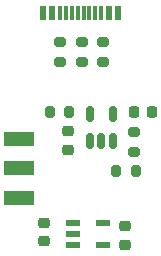
<source format=gbr>
%TF.GenerationSoftware,KiCad,Pcbnew,8.0.1*%
%TF.CreationDate,2024-04-18T20:24:50-07:00*%
%TF.ProjectId,Battery Tester,42617474-6572-4792-9054-65737465722e,rev?*%
%TF.SameCoordinates,Original*%
%TF.FileFunction,Paste,Top*%
%TF.FilePolarity,Positive*%
%FSLAX46Y46*%
G04 Gerber Fmt 4.6, Leading zero omitted, Abs format (unit mm)*
G04 Created by KiCad (PCBNEW 8.0.1) date 2024-04-18 20:24:50*
%MOMM*%
%LPD*%
G01*
G04 APERTURE LIST*
G04 Aperture macros list*
%AMRoundRect*
0 Rectangle with rounded corners*
0 $1 Rounding radius*
0 $2 $3 $4 $5 $6 $7 $8 $9 X,Y pos of 4 corners*
0 Add a 4 corners polygon primitive as box body*
4,1,4,$2,$3,$4,$5,$6,$7,$8,$9,$2,$3,0*
0 Add four circle primitives for the rounded corners*
1,1,$1+$1,$2,$3*
1,1,$1+$1,$4,$5*
1,1,$1+$1,$6,$7*
1,1,$1+$1,$8,$9*
0 Add four rect primitives between the rounded corners*
20,1,$1+$1,$2,$3,$4,$5,0*
20,1,$1+$1,$4,$5,$6,$7,0*
20,1,$1+$1,$6,$7,$8,$9,0*
20,1,$1+$1,$8,$9,$2,$3,0*%
G04 Aperture macros list end*
%ADD10R,2.500000X1.200000*%
%ADD11RoundRect,0.200000X0.275000X-0.200000X0.275000X0.200000X-0.275000X0.200000X-0.275000X-0.200000X0*%
%ADD12RoundRect,0.200000X-0.275000X0.200000X-0.275000X-0.200000X0.275000X-0.200000X0.275000X0.200000X0*%
%ADD13RoundRect,0.088500X-0.516500X-0.206500X0.516500X-0.206500X0.516500X0.206500X-0.516500X0.206500X0*%
%ADD14RoundRect,0.225000X0.250000X-0.225000X0.250000X0.225000X-0.250000X0.225000X-0.250000X-0.225000X0*%
%ADD15RoundRect,0.225000X-0.225000X-0.250000X0.225000X-0.250000X0.225000X0.250000X-0.225000X0.250000X0*%
%ADD16R,0.600000X1.150000*%
%ADD17R,0.300000X1.150000*%
%ADD18RoundRect,0.200000X0.200000X0.275000X-0.200000X0.275000X-0.200000X-0.275000X0.200000X-0.275000X0*%
%ADD19RoundRect,0.150000X0.150000X-0.512500X0.150000X0.512500X-0.150000X0.512500X-0.150000X-0.512500X0*%
%ADD20RoundRect,0.225000X-0.250000X0.225000X-0.250000X-0.225000X0.250000X-0.225000X0.250000X0.225000X0*%
G04 APERTURE END LIST*
D10*
%TO.C,SW1*%
X144700000Y-108325000D03*
X144700000Y-110825000D03*
X144700000Y-113325000D03*
%TD*%
D11*
%TO.C,D1*%
X154500000Y-109425000D03*
X154500000Y-107775000D03*
%TD*%
D12*
%TO.C,R5*%
X148225000Y-100150000D03*
X148225000Y-101800000D03*
%TD*%
D13*
%TO.C,U2*%
X149320000Y-115475000D03*
X149320000Y-116425000D03*
X149320000Y-117375000D03*
X151830000Y-117375000D03*
X151830000Y-115475000D03*
%TD*%
D12*
%TO.C,R3*%
X150025000Y-100150000D03*
X150025000Y-101800000D03*
%TD*%
D14*
%TO.C,C1*%
X148900000Y-109275000D03*
X148900000Y-107725000D03*
%TD*%
D15*
%TO.C,C2*%
X154450000Y-106100000D03*
X156000000Y-106100000D03*
%TD*%
D16*
%TO.C,J1*%
X153150000Y-97655000D03*
X152350000Y-97655000D03*
D17*
X151200000Y-97655000D03*
X150200000Y-97655000D03*
X149700000Y-97655000D03*
X148700000Y-97655000D03*
D16*
X146750000Y-97655000D03*
X147550000Y-97655000D03*
D17*
X148200000Y-97655000D03*
X149200000Y-97655000D03*
X150700000Y-97655000D03*
X151700000Y-97655000D03*
%TD*%
D18*
%TO.C,R2*%
X154625000Y-111100000D03*
X152975000Y-111100000D03*
%TD*%
D19*
%TO.C,U1*%
X150750000Y-108537500D03*
X151700000Y-108537500D03*
X152650000Y-108537500D03*
X152650000Y-106262500D03*
X150750000Y-106262500D03*
%TD*%
D18*
%TO.C,R1*%
X149000000Y-106100000D03*
X147350000Y-106100000D03*
%TD*%
D12*
%TO.C,R4*%
X151825000Y-100150000D03*
X151825000Y-101800000D03*
%TD*%
D20*
%TO.C,C4*%
X153675000Y-115750000D03*
X153675000Y-117300000D03*
%TD*%
%TO.C,C3*%
X146850000Y-115475000D03*
X146850000Y-117025000D03*
%TD*%
M02*

</source>
